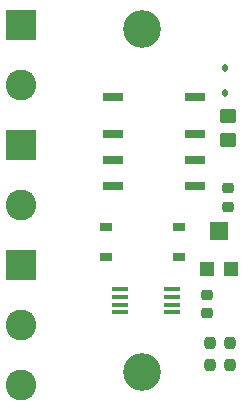
<source format=gbr>
%TF.GenerationSoftware,KiCad,Pcbnew,7.0.10*%
%TF.CreationDate,2024-02-14T16:45:12+01:00*%
%TF.ProjectId,turningLoopLDR,7475726e-696e-4674-9c6f-6f704c44522e,rev?*%
%TF.SameCoordinates,Original*%
%TF.FileFunction,Soldermask,Top*%
%TF.FilePolarity,Negative*%
%FSLAX46Y46*%
G04 Gerber Fmt 4.6, Leading zero omitted, Abs format (unit mm)*
G04 Created by KiCad (PCBNEW 7.0.10) date 2024-02-14 16:45:12*
%MOMM*%
%LPD*%
G01*
G04 APERTURE LIST*
G04 Aperture macros list*
%AMRoundRect*
0 Rectangle with rounded corners*
0 $1 Rounding radius*
0 $2 $3 $4 $5 $6 $7 $8 $9 X,Y pos of 4 corners*
0 Add a 4 corners polygon primitive as box body*
4,1,4,$2,$3,$4,$5,$6,$7,$8,$9,$2,$3,0*
0 Add four circle primitives for the rounded corners*
1,1,$1+$1,$2,$3*
1,1,$1+$1,$4,$5*
1,1,$1+$1,$6,$7*
1,1,$1+$1,$8,$9*
0 Add four rect primitives between the rounded corners*
20,1,$1+$1,$2,$3,$4,$5,0*
20,1,$1+$1,$4,$5,$6,$7,0*
20,1,$1+$1,$6,$7,$8,$9,0*
20,1,$1+$1,$8,$9,$2,$3,0*%
G04 Aperture macros list end*
%ADD10C,3.200000*%
%ADD11R,1.450000X0.450000*%
%ADD12R,1.200000X1.200000*%
%ADD13R,1.600000X1.500000*%
%ADD14RoundRect,0.250000X0.450000X-0.350000X0.450000X0.350000X-0.450000X0.350000X-0.450000X-0.350000X0*%
%ADD15RoundRect,0.237500X0.237500X-0.250000X0.237500X0.250000X-0.237500X0.250000X-0.237500X-0.250000X0*%
%ADD16R,1.800000X0.800000*%
%ADD17R,2.600000X2.600000*%
%ADD18C,2.600000*%
%ADD19RoundRect,0.112500X-0.112500X0.187500X-0.112500X-0.187500X0.112500X-0.187500X0.112500X0.187500X0*%
%ADD20R,1.000000X0.800000*%
%ADD21RoundRect,0.225000X0.250000X-0.225000X0.250000X0.225000X-0.250000X0.225000X-0.250000X-0.225000X0*%
%ADD22RoundRect,0.225000X-0.250000X0.225000X-0.250000X-0.225000X0.250000X-0.225000X0.250000X0.225000X0*%
G04 APERTURE END LIST*
D10*
%TO.C,REF\u002A\u002A*%
X192500000Y-164000000D03*
%TD*%
%TO.C,REF\u002A\u002A*%
X192500000Y-135000000D03*
%TD*%
D11*
%TO.C,U1*%
X190600000Y-157000000D03*
X190600000Y-157650000D03*
X190600000Y-158300000D03*
X190600000Y-158950000D03*
X195000000Y-158950000D03*
X195000000Y-158300000D03*
X195000000Y-157650000D03*
X195000000Y-157000000D03*
%TD*%
D12*
%TO.C,RV1*%
X198000000Y-155300000D03*
D13*
X199000000Y-152050000D03*
D12*
X200000000Y-155300000D03*
%TD*%
D14*
%TO.C,R3*%
X199763000Y-144375000D03*
X199763000Y-142375000D03*
%TD*%
D15*
%TO.C,R2*%
X198239000Y-163412500D03*
X198239000Y-161587500D03*
%TD*%
%TO.C,R1*%
X199907000Y-163412500D03*
X199907000Y-161587500D03*
%TD*%
D16*
%TO.C,K1*%
X190000000Y-140700000D03*
X190000000Y-143900000D03*
X190000000Y-146100000D03*
X190000000Y-148300000D03*
X197000000Y-148300000D03*
X197000000Y-146100000D03*
X197000000Y-143900000D03*
X197000000Y-140700000D03*
%TD*%
D17*
%TO.C,J3*%
X182245000Y-134620000D03*
D18*
X182245000Y-139700000D03*
%TD*%
D17*
%TO.C,J2*%
X182245000Y-154940000D03*
D18*
X182245000Y-160020000D03*
X182245000Y-165100000D03*
%TD*%
D17*
%TO.C,J1*%
X182245000Y-144780000D03*
D18*
X182245000Y-149860000D03*
%TD*%
D19*
%TO.C,D2*%
X199509000Y-138261000D03*
X199509000Y-140361000D03*
%TD*%
D20*
%TO.C,D1*%
X195575000Y-154270000D03*
X195575000Y-151730000D03*
X189425000Y-151730000D03*
X189425000Y-154270000D03*
%TD*%
D21*
%TO.C,C2*%
X199771000Y-150000000D03*
X199771000Y-148450000D03*
%TD*%
D22*
%TO.C,C1*%
X198000000Y-157450000D03*
X198000000Y-159000000D03*
%TD*%
M02*

</source>
